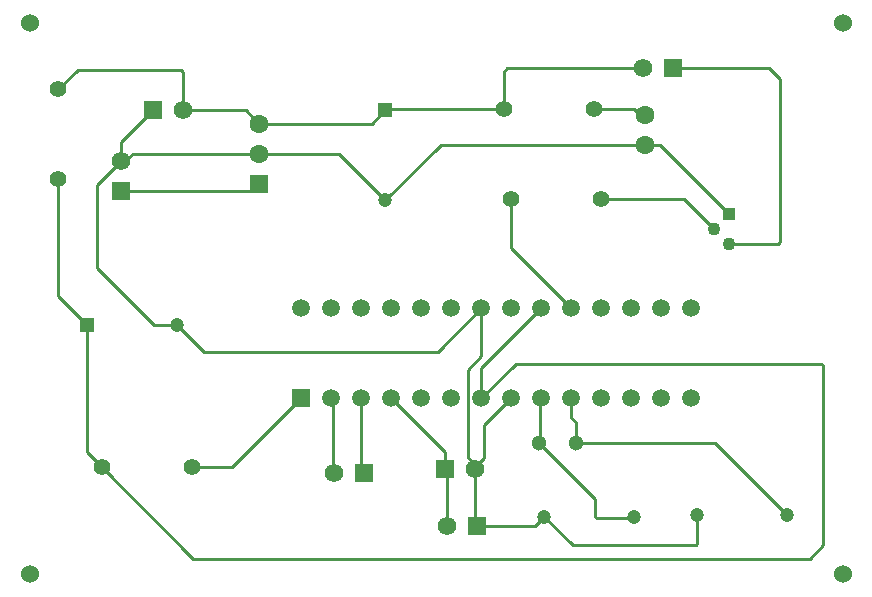
<source format=gbl>
%TF.GenerationSoftware,Altium Limited,Altium Designer,23.3.1 (30)*%
G04 Layer_Physical_Order=2*
G04 Layer_Color=16711680*
%FSLAX25Y25*%
%MOIN*%
%TF.SameCoordinates,3F8D0E0F-F656-4E3B-87BE-8AFF8012C70A*%
%TF.FilePolarity,Positive*%
%TF.FileFunction,Copper,L2,Bot,Signal*%
%TF.Part,Single*%
G01*
G75*
%TA.AperFunction,Conductor*%
%ADD10C,0.01000*%
%TA.AperFunction,ViaPad*%
%ADD11C,0.06000*%
%TA.AperFunction,ComponentPad*%
%ADD12C,0.05118*%
%ADD13C,0.06181*%
%ADD14R,0.06181X0.06181*%
%ADD15C,0.04724*%
%ADD16R,0.04724X0.04724*%
%ADD17C,0.05512*%
%ADD18R,0.04724X0.04724*%
%ADD19R,0.06181X0.06181*%
%ADD20C,0.04331*%
%ADD21R,0.04331X0.04331*%
%ADD22C,0.06299*%
%ADD23R,0.05906X0.05906*%
%ADD24C,0.05906*%
%ADD25R,0.06299X0.06299*%
D10*
X414000Y279500D02*
X418500Y284000D01*
X208500Y279500D02*
X414000D01*
X178000Y310000D02*
X208500Y279500D01*
X418500Y284000D02*
Y343914D01*
X403414Y384500D02*
X404000Y385086D01*
X387000Y384500D02*
X403414D01*
X404000Y385086D02*
Y439500D01*
X400500Y443000D02*
X404000Y439500D01*
X372000Y399500D02*
X382000Y389500D01*
X344500Y399500D02*
X372000D01*
X359000Y417500D02*
X364000D01*
X355566Y429500D02*
X357566Y427500D01*
X364000Y417500D02*
X387000Y394500D01*
X342000Y429500D02*
X355566D01*
X368500Y443000D02*
X400500D01*
X312000Y429500D02*
Y441914D01*
X313086Y443000D01*
X358500D01*
X314500Y383000D02*
Y399500D01*
X291000Y417500D02*
X359000D01*
X272500Y399000D02*
X291000Y417500D01*
X273000Y429500D02*
X312000D01*
X268000Y424500D02*
X272500Y429000D01*
X257000Y414500D02*
X272500Y399000D01*
X230500Y424500D02*
X268000D01*
X230500Y414500D02*
X257000D01*
X226000Y429000D02*
X230500Y424500D01*
X205000Y429000D02*
X226000D01*
X184500Y402000D02*
X228000D01*
X185902Y412000D02*
X188402Y414500D01*
X230500D01*
X184500Y412000D02*
Y418500D01*
X195000Y429000D01*
X176500Y404000D02*
X184500Y412000D01*
X176500Y376500D02*
Y404000D01*
Y376500D02*
X195500Y357500D01*
X203000D01*
X212000Y348500D01*
X208000Y310000D02*
X221500D01*
X244500Y333000D01*
X314500Y383000D02*
X334500Y363000D01*
X212000Y348500D02*
X290000D01*
X304500Y363000D01*
X300047Y342586D02*
X304500Y347039D01*
Y363000D01*
Y343000D02*
X324500Y363000D01*
X304500Y333000D02*
Y343000D01*
Y333000D02*
X316000Y344500D01*
X255000Y308500D02*
Y332500D01*
X264500Y309000D02*
Y333000D01*
X293000Y290500D02*
Y309000D01*
X292500Y309500D02*
Y315000D01*
X274500Y333000D02*
X292500Y315000D01*
X300047Y313355D02*
X302500Y310902D01*
X300047Y313355D02*
Y342586D01*
X305500Y324000D02*
X314500Y333000D01*
X302500Y309992D02*
X305500Y312992D01*
Y324000D01*
X324199Y318301D02*
Y332699D01*
X334500Y326589D02*
Y333000D01*
X336102Y318000D02*
Y324986D01*
X334500Y326589D02*
X336102Y324986D01*
X302500Y291000D02*
Y309500D01*
X303000Y290500D02*
X322500D01*
X325500Y293500D01*
X323898Y318000D02*
X342500Y299398D01*
Y293586D02*
X343086Y293000D01*
X342500Y293586D02*
Y299398D01*
X343086Y293000D02*
X355000D01*
X325500Y293500D02*
X335000Y284000D01*
X375914D02*
X376500Y284586D01*
Y294000D01*
X335000Y284000D02*
X375914D01*
X382500Y318000D02*
X406500Y294000D01*
X336102Y318000D02*
X382500D01*
X417914Y344500D02*
X418500Y343914D01*
X316000Y344500D02*
X417914D01*
X173000Y315000D02*
X178000Y310000D01*
X173000Y315000D02*
Y357500D01*
X163500Y367000D02*
X173000Y357500D01*
X163500Y367000D02*
Y406000D01*
Y436000D02*
X170000Y442500D01*
X204414D02*
X205000Y441914D01*
Y429000D02*
Y441914D01*
X170000Y442500D02*
X204414D01*
D11*
X154000Y274500D02*
D03*
Y458000D02*
D03*
X425000Y274500D02*
D03*
Y458000D02*
D03*
D12*
X323898Y318000D02*
D03*
X336102D02*
D03*
D13*
X293000Y290500D02*
D03*
X302500Y309500D02*
D03*
X255500Y308000D02*
D03*
X205000Y429000D02*
D03*
X184500Y412000D02*
D03*
X358500Y443000D02*
D03*
D14*
X303000Y290500D02*
D03*
X292500Y309500D02*
D03*
X265500Y308000D02*
D03*
X195000Y429000D02*
D03*
X368500Y443000D02*
D03*
D15*
X355500Y293500D02*
D03*
X325500D02*
D03*
X272500Y399000D02*
D03*
X203000Y357500D02*
D03*
X376500Y294000D02*
D03*
X406500D02*
D03*
D16*
X272500Y429000D02*
D03*
D17*
X163500Y406000D02*
D03*
Y436000D02*
D03*
X342000Y429500D02*
D03*
X312000D02*
D03*
X314500Y399500D02*
D03*
X344500D02*
D03*
X208000Y310000D02*
D03*
X178000D02*
D03*
D18*
X173000Y357500D02*
D03*
D19*
X184500Y402000D02*
D03*
D20*
X382000Y389500D02*
D03*
X387000Y384500D02*
D03*
D21*
Y394500D02*
D03*
D22*
X359000Y427500D02*
D03*
Y417500D02*
D03*
X230500Y414500D02*
D03*
Y424500D02*
D03*
D23*
X244500Y333000D02*
D03*
D24*
X254500D02*
D03*
X264500D02*
D03*
X274500D02*
D03*
X284500D02*
D03*
X294500D02*
D03*
X304500D02*
D03*
X314500D02*
D03*
X324500D02*
D03*
X334500D02*
D03*
X344500D02*
D03*
X354500D02*
D03*
X364500D02*
D03*
X374500D02*
D03*
X244500Y363000D02*
D03*
X254500D02*
D03*
X264500D02*
D03*
X274500D02*
D03*
X284500D02*
D03*
X294500D02*
D03*
X304500D02*
D03*
X314500D02*
D03*
X324500D02*
D03*
X334500D02*
D03*
X344500D02*
D03*
X354500D02*
D03*
X364500D02*
D03*
X374500D02*
D03*
D25*
X230500Y404500D02*
D03*
%TF.MD5,84620d55458493ba2834eea81153f57d*%
M02*

</source>
